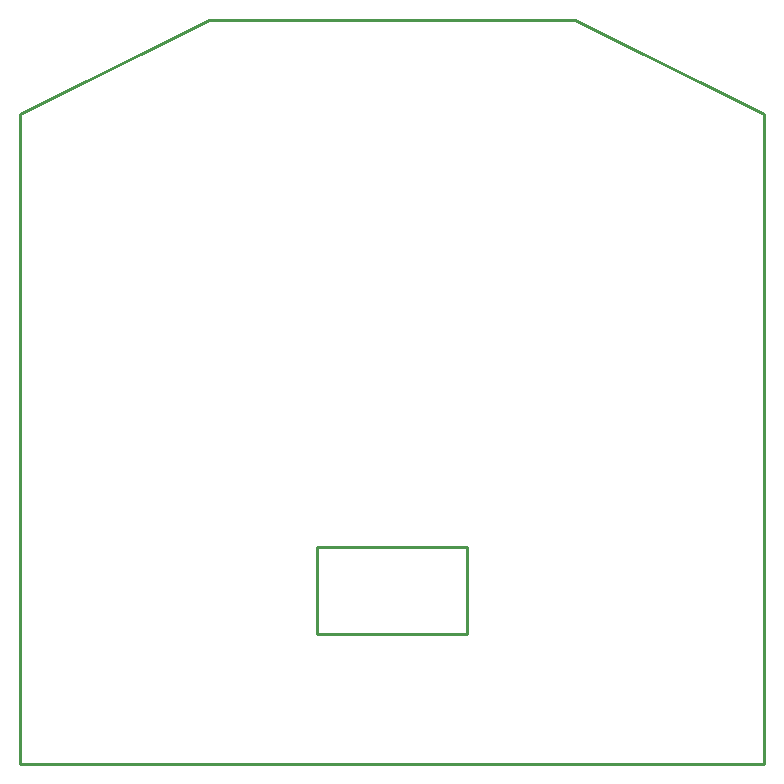
<source format=gko>
G04*
G04 #@! TF.GenerationSoftware,Altium Limited,Altium Designer,22.7.1 (60)*
G04*
G04 Layer_Color=16711935*
%FSLAX44Y44*%
%MOMM*%
G71*
G04*
G04 #@! TF.SameCoordinates,A764144C-9987-4064-B91F-369AEC6FEC35*
G04*
G04*
G04 #@! TF.FilePolarity,Positive*
G04*
G01*
G75*
%ADD10C,0.2540*%
D10*
X251460Y110170D02*
X378460D01*
X251460Y183830D02*
X378460D01*
Y110170D02*
Y183830D01*
X251460Y110170D02*
Y183830D01*
X-0Y550000D02*
X160000Y630000D01*
X470000Y630000D02*
X630000Y550000D01*
X160000Y630000D02*
X470000Y630000D01*
X0Y0D02*
X630000D01*
X0D02*
Y550000D01*
X630000Y550000D02*
X630000Y0D01*
M02*

</source>
